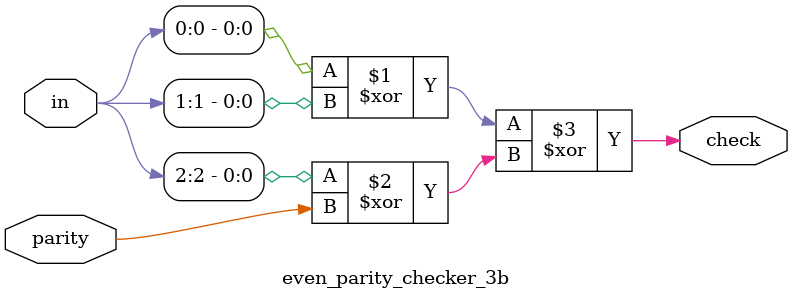
<source format=v>
module even_parity_checker_3b
(
        input [2:0] in,
        input parity,
        output check
);
        assign check = (in[0] ^ in[1]) ^ (in[2] ^ parity);
endmodule

</source>
